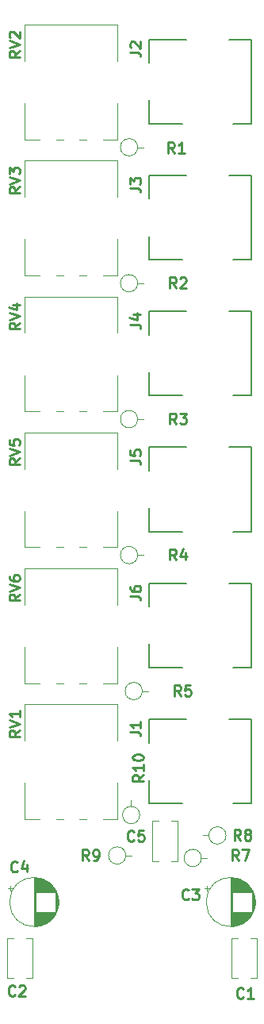
<source format=gto>
%TF.GenerationSoftware,KiCad,Pcbnew,(6.0.1)*%
%TF.CreationDate,2022-10-17T21:35:44-04:00*%
%TF.ProjectId,ER-MIXER5-01,45522d4d-4958-4455-9235-2d30312e6b69,1*%
%TF.SameCoordinates,Original*%
%TF.FileFunction,Legend,Top*%
%TF.FilePolarity,Positive*%
%FSLAX46Y46*%
G04 Gerber Fmt 4.6, Leading zero omitted, Abs format (unit mm)*
G04 Created by KiCad (PCBNEW (6.0.1)) date 2022-10-17 21:35:44*
%MOMM*%
%LPD*%
G01*
G04 APERTURE LIST*
%ADD10C,0.254000*%
%ADD11C,0.120000*%
%ADD12C,0.200000*%
G04 APERTURE END LIST*
D10*
%TO.C,RV5*%
X3114570Y-55180357D02*
X2570284Y-55561357D01*
X3114570Y-55833500D02*
X1971570Y-55833500D01*
X1971570Y-55398071D01*
X2025999Y-55289214D01*
X2080427Y-55234785D01*
X2189284Y-55180357D01*
X2352570Y-55180357D01*
X2461427Y-55234785D01*
X2515856Y-55289214D01*
X2570284Y-55398071D01*
X2570284Y-55833500D01*
X1971570Y-54853785D02*
X3114570Y-54472785D01*
X1971570Y-54091785D01*
X1971570Y-53166500D02*
X1971570Y-53710785D01*
X2515856Y-53765214D01*
X2461427Y-53710785D01*
X2406999Y-53601928D01*
X2406999Y-53329785D01*
X2461427Y-53220928D01*
X2515856Y-53166500D01*
X2624713Y-53112071D01*
X2896856Y-53112071D01*
X3005713Y-53166500D01*
X3060141Y-53220928D01*
X3114570Y-53329785D01*
X3114570Y-53601928D01*
X3060141Y-53710785D01*
X3005713Y-53765214D01*
%TO.C,R4*%
X19809500Y-66017071D02*
X19428500Y-65472785D01*
X19156357Y-66017071D02*
X19156357Y-64874071D01*
X19591785Y-64874071D01*
X19700642Y-64928500D01*
X19755071Y-64982928D01*
X19809500Y-65091785D01*
X19809500Y-65255071D01*
X19755071Y-65363928D01*
X19700642Y-65418357D01*
X19591785Y-65472785D01*
X19156357Y-65472785D01*
X20789214Y-65255071D02*
X20789214Y-66017071D01*
X20517071Y-64819642D02*
X20244928Y-65636071D01*
X20952500Y-65636071D01*
%TO.C,RV1*%
X3117071Y-84180357D02*
X2572785Y-84561357D01*
X3117071Y-84833500D02*
X1974071Y-84833500D01*
X1974071Y-84398071D01*
X2028500Y-84289214D01*
X2082928Y-84234785D01*
X2191785Y-84180357D01*
X2355071Y-84180357D01*
X2463928Y-84234785D01*
X2518357Y-84289214D01*
X2572785Y-84398071D01*
X2572785Y-84833500D01*
X1974071Y-83853785D02*
X3117071Y-83472785D01*
X1974071Y-83091785D01*
X3117071Y-82112071D02*
X3117071Y-82765214D01*
X3117071Y-82438642D02*
X1974071Y-82438642D01*
X2137357Y-82547500D01*
X2246214Y-82656357D01*
X2300642Y-82765214D01*
%TO.C,RV3*%
X3117071Y-26230357D02*
X2572785Y-26611357D01*
X3117071Y-26883500D02*
X1974071Y-26883500D01*
X1974071Y-26448071D01*
X2028500Y-26339214D01*
X2082928Y-26284785D01*
X2191785Y-26230357D01*
X2355071Y-26230357D01*
X2463928Y-26284785D01*
X2518357Y-26339214D01*
X2572785Y-26448071D01*
X2572785Y-26883500D01*
X1974071Y-25903785D02*
X3117071Y-25522785D01*
X1974071Y-25141785D01*
X1974071Y-24869642D02*
X1974071Y-24162071D01*
X2409500Y-24543071D01*
X2409500Y-24379785D01*
X2463928Y-24270928D01*
X2518357Y-24216500D01*
X2627214Y-24162071D01*
X2899357Y-24162071D01*
X3008214Y-24216500D01*
X3062642Y-24270928D01*
X3117071Y-24379785D01*
X3117071Y-24706357D01*
X3062642Y-24815214D01*
X3008214Y-24869642D01*
%TO.C,RV6*%
X3114570Y-69680357D02*
X2570284Y-70061357D01*
X3114570Y-70333500D02*
X1971570Y-70333500D01*
X1971570Y-69898071D01*
X2025999Y-69789214D01*
X2080427Y-69734785D01*
X2189284Y-69680357D01*
X2352570Y-69680357D01*
X2461427Y-69734785D01*
X2515856Y-69789214D01*
X2570284Y-69898071D01*
X2570284Y-70333500D01*
X1971570Y-69353785D02*
X3114570Y-68972785D01*
X1971570Y-68591785D01*
X1971570Y-67720928D02*
X1971570Y-67938642D01*
X2025999Y-68047500D01*
X2080427Y-68101928D01*
X2243713Y-68210785D01*
X2461427Y-68265214D01*
X2896856Y-68265214D01*
X3005713Y-68210785D01*
X3060141Y-68156357D01*
X3114570Y-68047500D01*
X3114570Y-67829785D01*
X3060141Y-67720928D01*
X3005713Y-67666500D01*
X2896856Y-67612071D01*
X2624713Y-67612071D01*
X2515856Y-67666500D01*
X2461427Y-67720928D01*
X2406999Y-67829785D01*
X2406999Y-68047500D01*
X2461427Y-68156357D01*
X2515856Y-68210785D01*
X2624713Y-68265214D01*
%TO.C,J5*%
X14874071Y-55381000D02*
X15690500Y-55381000D01*
X15853785Y-55435428D01*
X15962642Y-55544285D01*
X16017071Y-55707571D01*
X16017071Y-55816428D01*
X14874071Y-54292428D02*
X14874071Y-54836714D01*
X15418357Y-54891142D01*
X15363928Y-54836714D01*
X15309500Y-54727857D01*
X15309500Y-54455714D01*
X15363928Y-54346857D01*
X15418357Y-54292428D01*
X15527214Y-54238000D01*
X15799357Y-54238000D01*
X15908214Y-54292428D01*
X15962642Y-54346857D01*
X16017071Y-54455714D01*
X16017071Y-54727857D01*
X15962642Y-54836714D01*
X15908214Y-54891142D01*
%TO.C,J6*%
X14874071Y-69881000D02*
X15690500Y-69881000D01*
X15853785Y-69935428D01*
X15962642Y-70044285D01*
X16017071Y-70207571D01*
X16017071Y-70316428D01*
X14874071Y-68846857D02*
X14874071Y-69064571D01*
X14928500Y-69173428D01*
X14982928Y-69227857D01*
X15146214Y-69336714D01*
X15363928Y-69391142D01*
X15799357Y-69391142D01*
X15908214Y-69336714D01*
X15962642Y-69282285D01*
X16017071Y-69173428D01*
X16017071Y-68955714D01*
X15962642Y-68846857D01*
X15908214Y-68792428D01*
X15799357Y-68738000D01*
X15527214Y-68738000D01*
X15418357Y-68792428D01*
X15363928Y-68846857D01*
X15309500Y-68955714D01*
X15309500Y-69173428D01*
X15363928Y-69282285D01*
X15418357Y-69336714D01*
X15527214Y-69391142D01*
%TO.C,R10*%
X16317070Y-88934786D02*
X15772784Y-89315786D01*
X16317070Y-89587929D02*
X15174070Y-89587929D01*
X15174070Y-89152501D01*
X15228499Y-89043643D01*
X15282927Y-88989215D01*
X15391784Y-88934786D01*
X15555070Y-88934786D01*
X15663927Y-88989215D01*
X15718356Y-89043643D01*
X15772784Y-89152501D01*
X15772784Y-89587929D01*
X16317070Y-87846215D02*
X16317070Y-88499358D01*
X16317070Y-88172786D02*
X15174070Y-88172786D01*
X15337356Y-88281643D01*
X15446213Y-88390501D01*
X15500641Y-88499358D01*
X15174070Y-87138643D02*
X15174070Y-87029786D01*
X15228499Y-86920929D01*
X15282927Y-86866501D01*
X15391784Y-86812072D01*
X15609499Y-86757643D01*
X15881641Y-86757643D01*
X16099356Y-86812072D01*
X16208213Y-86866501D01*
X16262641Y-86920929D01*
X16317070Y-87029786D01*
X16317070Y-87138643D01*
X16262641Y-87247501D01*
X16208213Y-87301929D01*
X16099356Y-87356358D01*
X15881641Y-87410786D01*
X15609499Y-87410786D01*
X15391784Y-87356358D01*
X15282927Y-87301929D01*
X15228499Y-87247501D01*
X15174070Y-87138643D01*
%TO.C,C3*%
X21145500Y-102146214D02*
X21091071Y-102200642D01*
X20927785Y-102255071D01*
X20818928Y-102255071D01*
X20655642Y-102200642D01*
X20546785Y-102091785D01*
X20492357Y-101982928D01*
X20437928Y-101765214D01*
X20437928Y-101601928D01*
X20492357Y-101384214D01*
X20546785Y-101275357D01*
X20655642Y-101166500D01*
X20818928Y-101112071D01*
X20927785Y-101112071D01*
X21091071Y-101166500D01*
X21145500Y-101220928D01*
X21526500Y-101112071D02*
X22234071Y-101112071D01*
X21853071Y-101547500D01*
X22016357Y-101547500D01*
X22125214Y-101601928D01*
X22179642Y-101656357D01*
X22234071Y-101765214D01*
X22234071Y-102037357D01*
X22179642Y-102146214D01*
X22125214Y-102200642D01*
X22016357Y-102255071D01*
X21689785Y-102255071D01*
X21580928Y-102200642D01*
X21526500Y-102146214D01*
%TO.C,R7*%
X26479500Y-98053071D02*
X26098500Y-97508785D01*
X25826357Y-98053071D02*
X25826357Y-96910071D01*
X26261785Y-96910071D01*
X26370642Y-96964500D01*
X26425071Y-97018928D01*
X26479500Y-97127785D01*
X26479500Y-97291071D01*
X26425071Y-97399928D01*
X26370642Y-97454357D01*
X26261785Y-97508785D01*
X25826357Y-97508785D01*
X26860500Y-96910071D02*
X27622500Y-96910071D01*
X27132642Y-98053071D01*
%TO.C,C1*%
X26987500Y-112676214D02*
X26933071Y-112730642D01*
X26769785Y-112785071D01*
X26660928Y-112785071D01*
X26497642Y-112730642D01*
X26388785Y-112621785D01*
X26334357Y-112512928D01*
X26279928Y-112295214D01*
X26279928Y-112131928D01*
X26334357Y-111914214D01*
X26388785Y-111805357D01*
X26497642Y-111696500D01*
X26660928Y-111642071D01*
X26769785Y-111642071D01*
X26933071Y-111696500D01*
X26987500Y-111750928D01*
X28076071Y-112785071D02*
X27422928Y-112785071D01*
X27749500Y-112785071D02*
X27749500Y-111642071D01*
X27640642Y-111805357D01*
X27531785Y-111914214D01*
X27422928Y-111968642D01*
%TO.C,R5*%
X20309500Y-80517071D02*
X19928500Y-79972785D01*
X19656357Y-80517071D02*
X19656357Y-79374071D01*
X20091785Y-79374071D01*
X20200642Y-79428500D01*
X20255071Y-79482928D01*
X20309500Y-79591785D01*
X20309500Y-79755071D01*
X20255071Y-79863928D01*
X20200642Y-79918357D01*
X20091785Y-79972785D01*
X19656357Y-79972785D01*
X21343642Y-79374071D02*
X20799357Y-79374071D01*
X20744928Y-79918357D01*
X20799357Y-79863928D01*
X20908214Y-79809500D01*
X21180357Y-79809500D01*
X21289214Y-79863928D01*
X21343642Y-79918357D01*
X21398071Y-80027214D01*
X21398071Y-80299357D01*
X21343642Y-80408214D01*
X21289214Y-80462642D01*
X21180357Y-80517071D01*
X20908214Y-80517071D01*
X20799357Y-80462642D01*
X20744928Y-80408214D01*
%TO.C,J2*%
X14874071Y-11881000D02*
X15690500Y-11881000D01*
X15853785Y-11935428D01*
X15962642Y-12044285D01*
X16017071Y-12207571D01*
X16017071Y-12316428D01*
X14982928Y-11391142D02*
X14928500Y-11336714D01*
X14874071Y-11227857D01*
X14874071Y-10955714D01*
X14928500Y-10846857D01*
X14982928Y-10792428D01*
X15091785Y-10738000D01*
X15200642Y-10738000D01*
X15363928Y-10792428D01*
X16017071Y-11445571D01*
X16017071Y-10738000D01*
%TO.C,J1*%
X14874071Y-84381000D02*
X15690500Y-84381000D01*
X15853785Y-84435428D01*
X15962642Y-84544285D01*
X16017071Y-84707571D01*
X16017071Y-84816428D01*
X16017071Y-83238000D02*
X16017071Y-83891142D01*
X16017071Y-83564571D02*
X14874071Y-83564571D01*
X15037357Y-83673428D01*
X15146214Y-83782285D01*
X15200642Y-83891142D01*
%TO.C,C2*%
X2603500Y-112422214D02*
X2549071Y-112476642D01*
X2385785Y-112531071D01*
X2276928Y-112531071D01*
X2113642Y-112476642D01*
X2004785Y-112367785D01*
X1950357Y-112258928D01*
X1895928Y-112041214D01*
X1895928Y-111877928D01*
X1950357Y-111660214D01*
X2004785Y-111551357D01*
X2113642Y-111442500D01*
X2276928Y-111388071D01*
X2385785Y-111388071D01*
X2549071Y-111442500D01*
X2603500Y-111496928D01*
X3038928Y-111496928D02*
X3093357Y-111442500D01*
X3202214Y-111388071D01*
X3474357Y-111388071D01*
X3583214Y-111442500D01*
X3637642Y-111496928D01*
X3692071Y-111605785D01*
X3692071Y-111714642D01*
X3637642Y-111877928D01*
X2984500Y-112531071D01*
X3692071Y-112531071D01*
%TO.C,R8*%
X26685494Y-95917083D02*
X26304494Y-95372797D01*
X26032351Y-95917083D02*
X26032351Y-94774083D01*
X26467779Y-94774083D01*
X26576636Y-94828512D01*
X26631065Y-94882940D01*
X26685494Y-94991797D01*
X26685494Y-95155083D01*
X26631065Y-95263940D01*
X26576636Y-95318369D01*
X26467779Y-95372797D01*
X26032351Y-95372797D01*
X27338636Y-95263940D02*
X27229779Y-95209512D01*
X27175351Y-95155083D01*
X27120922Y-95046226D01*
X27120922Y-94991797D01*
X27175351Y-94882940D01*
X27229779Y-94828512D01*
X27338636Y-94774083D01*
X27556351Y-94774083D01*
X27665208Y-94828512D01*
X27719636Y-94882940D01*
X27774065Y-94991797D01*
X27774065Y-95046226D01*
X27719636Y-95155083D01*
X27665208Y-95209512D01*
X27556351Y-95263940D01*
X27338636Y-95263940D01*
X27229779Y-95318369D01*
X27175351Y-95372797D01*
X27120922Y-95481654D01*
X27120922Y-95699369D01*
X27175351Y-95808226D01*
X27229779Y-95862654D01*
X27338636Y-95917083D01*
X27556351Y-95917083D01*
X27665208Y-95862654D01*
X27719636Y-95808226D01*
X27774065Y-95699369D01*
X27774065Y-95481654D01*
X27719636Y-95372797D01*
X27665208Y-95318369D01*
X27556351Y-95263940D01*
%TO.C,R3*%
X19809500Y-51517071D02*
X19428500Y-50972785D01*
X19156357Y-51517071D02*
X19156357Y-50374071D01*
X19591785Y-50374071D01*
X19700642Y-50428500D01*
X19755071Y-50482928D01*
X19809500Y-50591785D01*
X19809500Y-50755071D01*
X19755071Y-50863928D01*
X19700642Y-50918357D01*
X19591785Y-50972785D01*
X19156357Y-50972785D01*
X20190500Y-50374071D02*
X20898071Y-50374071D01*
X20517071Y-50809500D01*
X20680357Y-50809500D01*
X20789214Y-50863928D01*
X20843642Y-50918357D01*
X20898071Y-51027214D01*
X20898071Y-51299357D01*
X20843642Y-51408214D01*
X20789214Y-51462642D01*
X20680357Y-51517071D01*
X20353785Y-51517071D01*
X20244928Y-51462642D01*
X20190500Y-51408214D01*
%TO.C,R9*%
X10477500Y-98053071D02*
X10096500Y-97508785D01*
X9824357Y-98053071D02*
X9824357Y-96910071D01*
X10259785Y-96910071D01*
X10368642Y-96964500D01*
X10423071Y-97018928D01*
X10477500Y-97127785D01*
X10477500Y-97291071D01*
X10423071Y-97399928D01*
X10368642Y-97454357D01*
X10259785Y-97508785D01*
X9824357Y-97508785D01*
X11021785Y-98053071D02*
X11239500Y-98053071D01*
X11348357Y-97998642D01*
X11402785Y-97944214D01*
X11511642Y-97780928D01*
X11566071Y-97563214D01*
X11566071Y-97127785D01*
X11511642Y-97018928D01*
X11457214Y-96964500D01*
X11348357Y-96910071D01*
X11130642Y-96910071D01*
X11021785Y-96964500D01*
X10967357Y-97018928D01*
X10912928Y-97127785D01*
X10912928Y-97399928D01*
X10967357Y-97508785D01*
X11021785Y-97563214D01*
X11130642Y-97617642D01*
X11348357Y-97617642D01*
X11457214Y-97563214D01*
X11511642Y-97508785D01*
X11566071Y-97399928D01*
%TO.C,J4*%
X14874071Y-40881000D02*
X15690500Y-40881000D01*
X15853785Y-40935428D01*
X15962642Y-41044285D01*
X16017071Y-41207571D01*
X16017071Y-41316428D01*
X15255071Y-39846857D02*
X16017071Y-39846857D01*
X14819642Y-40119000D02*
X15636071Y-40391142D01*
X15636071Y-39683571D01*
%TO.C,RV2*%
X3114570Y-11730357D02*
X2570284Y-12111357D01*
X3114570Y-12383500D02*
X1971570Y-12383500D01*
X1971570Y-11948071D01*
X2025999Y-11839214D01*
X2080427Y-11784785D01*
X2189284Y-11730357D01*
X2352570Y-11730357D01*
X2461427Y-11784785D01*
X2515856Y-11839214D01*
X2570284Y-11948071D01*
X2570284Y-12383500D01*
X1971570Y-11403785D02*
X3114570Y-11022785D01*
X1971570Y-10641785D01*
X2080427Y-10315214D02*
X2025999Y-10260785D01*
X1971570Y-10151928D01*
X1971570Y-9879785D01*
X2025999Y-9770928D01*
X2080427Y-9716500D01*
X2189284Y-9662071D01*
X2298141Y-9662071D01*
X2461427Y-9716500D01*
X3114570Y-10369642D01*
X3114570Y-9662071D01*
%TO.C,R1*%
X19621500Y-22615071D02*
X19240500Y-22070785D01*
X18968357Y-22615071D02*
X18968357Y-21472071D01*
X19403785Y-21472071D01*
X19512642Y-21526500D01*
X19567071Y-21580928D01*
X19621500Y-21689785D01*
X19621500Y-21853071D01*
X19567071Y-21961928D01*
X19512642Y-22016357D01*
X19403785Y-22070785D01*
X18968357Y-22070785D01*
X20710071Y-22615071D02*
X20056928Y-22615071D01*
X20383500Y-22615071D02*
X20383500Y-21472071D01*
X20274642Y-21635357D01*
X20165785Y-21744214D01*
X20056928Y-21798642D01*
%TO.C,RV4*%
X3117071Y-40730357D02*
X2572785Y-41111357D01*
X3117071Y-41383500D02*
X1974071Y-41383500D01*
X1974071Y-40948071D01*
X2028500Y-40839214D01*
X2082928Y-40784785D01*
X2191785Y-40730357D01*
X2355071Y-40730357D01*
X2463928Y-40784785D01*
X2518357Y-40839214D01*
X2572785Y-40948071D01*
X2572785Y-41383500D01*
X1974071Y-40403785D02*
X3117071Y-40022785D01*
X1974071Y-39641785D01*
X2355071Y-38770928D02*
X3117071Y-38770928D01*
X1919642Y-39043071D02*
X2736071Y-39315214D01*
X2736071Y-38607642D01*
%TO.C,R2*%
X19809500Y-37017071D02*
X19428500Y-36472785D01*
X19156357Y-37017071D02*
X19156357Y-35874071D01*
X19591785Y-35874071D01*
X19700642Y-35928500D01*
X19755071Y-35982928D01*
X19809500Y-36091785D01*
X19809500Y-36255071D01*
X19755071Y-36363928D01*
X19700642Y-36418357D01*
X19591785Y-36472785D01*
X19156357Y-36472785D01*
X20244928Y-35982928D02*
X20299357Y-35928500D01*
X20408214Y-35874071D01*
X20680357Y-35874071D01*
X20789214Y-35928500D01*
X20843642Y-35982928D01*
X20898071Y-36091785D01*
X20898071Y-36200642D01*
X20843642Y-36363928D01*
X20190500Y-37017071D01*
X20898071Y-37017071D01*
%TO.C,C5*%
X15303500Y-95912214D02*
X15249071Y-95966642D01*
X15085785Y-96021071D01*
X14976928Y-96021071D01*
X14813642Y-95966642D01*
X14704785Y-95857785D01*
X14650357Y-95748928D01*
X14595928Y-95531214D01*
X14595928Y-95367928D01*
X14650357Y-95150214D01*
X14704785Y-95041357D01*
X14813642Y-94932500D01*
X14976928Y-94878071D01*
X15085785Y-94878071D01*
X15249071Y-94932500D01*
X15303500Y-94986928D01*
X16337642Y-94878071D02*
X15793357Y-94878071D01*
X15738928Y-95422357D01*
X15793357Y-95367928D01*
X15902214Y-95313500D01*
X16174357Y-95313500D01*
X16283214Y-95367928D01*
X16337642Y-95422357D01*
X16392071Y-95531214D01*
X16392071Y-95803357D01*
X16337642Y-95912214D01*
X16283214Y-95966642D01*
X16174357Y-96021071D01*
X15902214Y-96021071D01*
X15793357Y-95966642D01*
X15738928Y-95912214D01*
%TO.C,C4*%
X2857500Y-99190214D02*
X2803071Y-99244642D01*
X2639785Y-99299071D01*
X2530928Y-99299071D01*
X2367642Y-99244642D01*
X2258785Y-99135785D01*
X2204357Y-99026928D01*
X2149928Y-98809214D01*
X2149928Y-98645928D01*
X2204357Y-98428214D01*
X2258785Y-98319357D01*
X2367642Y-98210500D01*
X2530928Y-98156071D01*
X2639785Y-98156071D01*
X2803071Y-98210500D01*
X2857500Y-98264928D01*
X3837214Y-98537071D02*
X3837214Y-99299071D01*
X3565071Y-98101642D02*
X3292928Y-98918071D01*
X4000500Y-98918071D01*
%TO.C,J3*%
X14874071Y-26381000D02*
X15690500Y-26381000D01*
X15853785Y-26435428D01*
X15962642Y-26544285D01*
X16017071Y-26707571D01*
X16017071Y-26816428D01*
X14874071Y-25945571D02*
X14874071Y-25238000D01*
X15309500Y-25619000D01*
X15309500Y-25455714D01*
X15363928Y-25346857D01*
X15418357Y-25292428D01*
X15527214Y-25238000D01*
X15799357Y-25238000D01*
X15908214Y-25292428D01*
X15962642Y-25346857D01*
X16017071Y-25455714D01*
X16017071Y-25782285D01*
X15962642Y-25891142D01*
X15908214Y-25945571D01*
D11*
%TO.C,RV5*%
X3630000Y-64670000D02*
X3630000Y-60805000D01*
X11970000Y-64670000D02*
X13570000Y-64670000D01*
X6971000Y-64670000D02*
X7730000Y-64670000D01*
X13570000Y-56295000D02*
X13570000Y-52430000D01*
X3630000Y-52430000D02*
X13570000Y-52430000D01*
X3630000Y-64670000D02*
X5229000Y-64670000D01*
X9471000Y-64670000D02*
X10230000Y-64670000D01*
X3630000Y-56295000D02*
X3630000Y-52430000D01*
X13570000Y-64670000D02*
X13570000Y-60805000D01*
%TO.C,R4*%
X15700000Y-65500000D02*
X16320000Y-65500000D01*
X15700000Y-65500000D02*
G75*
G03*
X15700000Y-65500000I-920000J0D01*
G01*
%TO.C,RV1*%
X13570000Y-93670000D02*
X13570000Y-89805000D01*
X3630000Y-81430000D02*
X13570000Y-81430000D01*
X3630000Y-93670000D02*
X5229000Y-93670000D01*
X9471000Y-93670000D02*
X10230000Y-93670000D01*
X6971000Y-93670000D02*
X7730000Y-93670000D01*
X13570000Y-85295000D02*
X13570000Y-81430000D01*
X3630000Y-93670000D02*
X3630000Y-89805000D01*
X3630000Y-85295000D02*
X3630000Y-81430000D01*
X11970000Y-93670000D02*
X13570000Y-93670000D01*
%TO.C,RV3*%
X11970000Y-35670000D02*
X13570000Y-35670000D01*
X9471000Y-35670000D02*
X10230000Y-35670000D01*
X13570000Y-27295000D02*
X13570000Y-23430000D01*
X3630000Y-35670000D02*
X3630000Y-31805000D01*
X3630000Y-23430000D02*
X13570000Y-23430000D01*
X3630000Y-35670000D02*
X5229000Y-35670000D01*
X6971000Y-35670000D02*
X7730000Y-35670000D01*
X3630000Y-27295000D02*
X3630000Y-23430000D01*
X13570000Y-35670000D02*
X13570000Y-31805000D01*
%TO.C,RV6*%
X3630000Y-79170000D02*
X3630000Y-75305000D01*
X13570000Y-70795000D02*
X13570000Y-66930000D01*
X3630000Y-70795000D02*
X3630000Y-66930000D01*
X11970000Y-79170000D02*
X13570000Y-79170000D01*
X3630000Y-66930000D02*
X13570000Y-66930000D01*
X3630000Y-79170000D02*
X5229000Y-79170000D01*
X6971000Y-79170000D02*
X7730000Y-79170000D01*
X13570000Y-79170000D02*
X13570000Y-75305000D01*
X9471000Y-79170000D02*
X10230000Y-79170000D01*
D12*
%TO.C,J5*%
X16900000Y-54000000D02*
X16900000Y-56500000D01*
X27800000Y-63000000D02*
X25900000Y-63000000D01*
X16900000Y-63000000D02*
X16900000Y-60500000D01*
X16900000Y-54000000D02*
X20900000Y-54000000D01*
X16900000Y-63000000D02*
X20500000Y-63000000D01*
X27800000Y-54000000D02*
X25500000Y-54000000D01*
X27800000Y-63000000D02*
X27800000Y-54000000D01*
%TO.C,J6*%
X27800000Y-77500000D02*
X27800000Y-68500000D01*
X16900000Y-77500000D02*
X20500000Y-77500000D01*
X27800000Y-68500000D02*
X25500000Y-68500000D01*
X16900000Y-68500000D02*
X16900000Y-71000000D01*
X16900000Y-68500000D02*
X20900000Y-68500000D01*
X27800000Y-77500000D02*
X25900000Y-77500000D01*
X16900000Y-77500000D02*
X16900000Y-75000000D01*
D11*
%TO.C,R10*%
X15000000Y-92300000D02*
X15000000Y-91680000D01*
X15920000Y-93220000D02*
G75*
G03*
X15920000Y-93220000I-920000J0D01*
G01*
%TO.C,C3*%
X22829225Y-101025000D02*
X23329225Y-101025000D01*
X27395000Y-103540000D02*
X27395000Y-104401000D01*
X27035000Y-100325000D02*
X27035000Y-101460000D01*
X27155000Y-100405000D02*
X27155000Y-101460000D01*
X27315000Y-100529000D02*
X27315000Y-101460000D01*
X25714000Y-99921000D02*
X25714000Y-105079000D01*
X25754000Y-99922000D02*
X25754000Y-105078000D01*
X26114000Y-99964000D02*
X26114000Y-101460000D01*
X28035000Y-101489000D02*
X28035000Y-103511000D01*
X27995000Y-101402000D02*
X27995000Y-103598000D01*
X27955000Y-101322000D02*
X27955000Y-103678000D01*
X26234000Y-99989000D02*
X26234000Y-101460000D01*
X27675000Y-100895000D02*
X27675000Y-101460000D01*
X27795000Y-101057000D02*
X27795000Y-101460000D01*
X27675000Y-103540000D02*
X27675000Y-104105000D01*
X26435000Y-103540000D02*
X26435000Y-104955000D01*
X26515000Y-103540000D02*
X26515000Y-104928000D01*
X27435000Y-103540000D02*
X27435000Y-104364000D01*
X28115000Y-101695000D02*
X28115000Y-103305000D01*
X26715000Y-100152000D02*
X26715000Y-101460000D01*
X25794000Y-99924000D02*
X25794000Y-105076000D01*
X27275000Y-103540000D02*
X27275000Y-104504000D01*
X26835000Y-100210000D02*
X26835000Y-101460000D01*
X27275000Y-100496000D02*
X27275000Y-101460000D01*
X28075000Y-101585000D02*
X28075000Y-103415000D01*
X27875000Y-103540000D02*
X27875000Y-103819000D01*
X26715000Y-103540000D02*
X26715000Y-104848000D01*
X26955000Y-103540000D02*
X26955000Y-104724000D01*
X26355000Y-103540000D02*
X26355000Y-104980000D01*
X27795000Y-103540000D02*
X27795000Y-103943000D01*
X27915000Y-103540000D02*
X27915000Y-103751000D01*
X26795000Y-100190000D02*
X26795000Y-101460000D01*
X26835000Y-103540000D02*
X26835000Y-104790000D01*
X26555000Y-100086000D02*
X26555000Y-101460000D01*
X26194000Y-99980000D02*
X26194000Y-101460000D01*
X27715000Y-103540000D02*
X27715000Y-104054000D01*
X27355000Y-103540000D02*
X27355000Y-104437000D01*
X27875000Y-101181000D02*
X27875000Y-101460000D01*
X27915000Y-101249000D02*
X27915000Y-101460000D01*
X27515000Y-103540000D02*
X27515000Y-104285000D01*
X26475000Y-103540000D02*
X26475000Y-104942000D01*
X26795000Y-103540000D02*
X26795000Y-104810000D01*
X27195000Y-103540000D02*
X27195000Y-104565000D01*
X26194000Y-103540000D02*
X26194000Y-105020000D01*
X28155000Y-101823000D02*
X28155000Y-103177000D01*
X26915000Y-103540000D02*
X26915000Y-104747000D01*
X26675000Y-103540000D02*
X26675000Y-104865000D01*
X27235000Y-100465000D02*
X27235000Y-101460000D01*
X26875000Y-103540000D02*
X26875000Y-104768000D01*
X26635000Y-103540000D02*
X26635000Y-104882000D01*
X27435000Y-100636000D02*
X27435000Y-101460000D01*
X26915000Y-100253000D02*
X26915000Y-101460000D01*
X26675000Y-100135000D02*
X26675000Y-101460000D01*
X26475000Y-100058000D02*
X26475000Y-101460000D01*
X25994000Y-103540000D02*
X25994000Y-105056000D01*
X26875000Y-100232000D02*
X26875000Y-101460000D01*
X27595000Y-100801000D02*
X27595000Y-101460000D01*
X26435000Y-100045000D02*
X26435000Y-101460000D01*
X27555000Y-103540000D02*
X27555000Y-104243000D01*
X23079225Y-100775000D02*
X23079225Y-101275000D01*
X27075000Y-100351000D02*
X27075000Y-101460000D01*
X26034000Y-99950000D02*
X26034000Y-101460000D01*
X27235000Y-103540000D02*
X27235000Y-104535000D01*
X26995000Y-103540000D02*
X26995000Y-104700000D01*
X26034000Y-103540000D02*
X26034000Y-105050000D01*
X27635000Y-100847000D02*
X27635000Y-101460000D01*
X25994000Y-99944000D02*
X25994000Y-101460000D01*
X27475000Y-103540000D02*
X27475000Y-104326000D01*
X26635000Y-100118000D02*
X26635000Y-101460000D01*
X26234000Y-103540000D02*
X26234000Y-105011000D01*
X26074000Y-99957000D02*
X26074000Y-101460000D01*
X28235000Y-102216000D02*
X28235000Y-102784000D01*
X27115000Y-103540000D02*
X27115000Y-104622000D01*
X26515000Y-100072000D02*
X26515000Y-101460000D01*
X25634000Y-99920000D02*
X25634000Y-105080000D01*
X27195000Y-100435000D02*
X27195000Y-101460000D01*
X27835000Y-101117000D02*
X27835000Y-101460000D01*
X26274000Y-99999000D02*
X26274000Y-101460000D01*
X27115000Y-100378000D02*
X27115000Y-101460000D01*
X27395000Y-100599000D02*
X27395000Y-101460000D01*
X25914000Y-99935000D02*
X25914000Y-101460000D01*
X27475000Y-100674000D02*
X27475000Y-101460000D01*
X27155000Y-103540000D02*
X27155000Y-104595000D01*
X26074000Y-103540000D02*
X26074000Y-105043000D01*
X26595000Y-103540000D02*
X26595000Y-104898000D01*
X27035000Y-103540000D02*
X27035000Y-104675000D01*
X26395000Y-100032000D02*
X26395000Y-101460000D01*
X26395000Y-103540000D02*
X26395000Y-104968000D01*
X26755000Y-100171000D02*
X26755000Y-101460000D01*
X25874000Y-103540000D02*
X25874000Y-105069000D01*
X25674000Y-99920000D02*
X25674000Y-105080000D01*
X27355000Y-100563000D02*
X27355000Y-101460000D01*
X26114000Y-103540000D02*
X26114000Y-105036000D01*
X25954000Y-99939000D02*
X25954000Y-101460000D01*
X25874000Y-99931000D02*
X25874000Y-101460000D01*
X26555000Y-103540000D02*
X26555000Y-104914000D01*
X25834000Y-99927000D02*
X25834000Y-105073000D01*
X27755000Y-103540000D02*
X27755000Y-104000000D01*
X26595000Y-100102000D02*
X26595000Y-101460000D01*
X26955000Y-100276000D02*
X26955000Y-101460000D01*
X27315000Y-103540000D02*
X27315000Y-104471000D01*
X27755000Y-101000000D02*
X27755000Y-101460000D01*
X27075000Y-103540000D02*
X27075000Y-104649000D01*
X26314000Y-103540000D02*
X26314000Y-104991000D01*
X26154000Y-99972000D02*
X26154000Y-101460000D01*
X25954000Y-103540000D02*
X25954000Y-105061000D01*
X26355000Y-100020000D02*
X26355000Y-101460000D01*
X27595000Y-103540000D02*
X27595000Y-104199000D01*
X26995000Y-100300000D02*
X26995000Y-101460000D01*
X27835000Y-103540000D02*
X27835000Y-103883000D01*
X27715000Y-100946000D02*
X27715000Y-101460000D01*
X28195000Y-101982000D02*
X28195000Y-103018000D01*
X26154000Y-103540000D02*
X26154000Y-105028000D01*
X27555000Y-100757000D02*
X27555000Y-101460000D01*
X26314000Y-100009000D02*
X26314000Y-101460000D01*
X27515000Y-100715000D02*
X27515000Y-101460000D01*
X25914000Y-103540000D02*
X25914000Y-105065000D01*
X27635000Y-103540000D02*
X27635000Y-104153000D01*
X26755000Y-103540000D02*
X26755000Y-104829000D01*
X26274000Y-103540000D02*
X26274000Y-105001000D01*
X28254000Y-102500000D02*
G75*
G03*
X28254000Y-102500000I-2620000J0D01*
G01*
%TO.C,R7*%
X22500000Y-97800000D02*
X23120000Y-97800000D01*
X22500000Y-97800000D02*
G75*
G03*
X22500000Y-97800000I-920000J0D01*
G01*
%TO.C,C1*%
X25730000Y-106380000D02*
X25730000Y-110620000D01*
X28470000Y-106380000D02*
X28470000Y-110620000D01*
X26435000Y-110620000D02*
X25730000Y-110620000D01*
X28470000Y-106380000D02*
X27765000Y-106380000D01*
X28470000Y-110620000D02*
X27765000Y-110620000D01*
X26435000Y-106380000D02*
X25730000Y-106380000D01*
%TO.C,R5*%
X16200000Y-80000000D02*
X16820000Y-80000000D01*
X16200000Y-80000000D02*
G75*
G03*
X16200000Y-80000000I-920000J0D01*
G01*
D12*
%TO.C,J2*%
X16900000Y-10500000D02*
X16900000Y-13000000D01*
X16900000Y-19500000D02*
X16900000Y-17000000D01*
X27800000Y-19500000D02*
X27800000Y-10500000D01*
X27800000Y-10500000D02*
X25500000Y-10500000D01*
X16900000Y-10500000D02*
X20900000Y-10500000D01*
X27800000Y-19500000D02*
X25900000Y-19500000D01*
X16900000Y-19500000D02*
X20500000Y-19500000D01*
%TO.C,J1*%
X27800000Y-92000000D02*
X27800000Y-83000000D01*
X16900000Y-83000000D02*
X20900000Y-83000000D01*
X16900000Y-83000000D02*
X16900000Y-85500000D01*
X16900000Y-92000000D02*
X16900000Y-89500000D01*
X27800000Y-92000000D02*
X25900000Y-92000000D01*
X16900000Y-92000000D02*
X20500000Y-92000000D01*
X27800000Y-83000000D02*
X25500000Y-83000000D01*
D11*
%TO.C,C2*%
X4470000Y-106380000D02*
X3765000Y-106380000D01*
X4470000Y-110620000D02*
X3765000Y-110620000D01*
X1730000Y-106380000D02*
X1730000Y-110620000D01*
X4470000Y-106380000D02*
X4470000Y-110620000D01*
X2435000Y-110620000D02*
X1730000Y-110620000D01*
X2435000Y-106380000D02*
X1730000Y-106380000D01*
%TO.C,R8*%
X23300000Y-95400000D02*
X22680000Y-95400000D01*
X25140000Y-95400000D02*
G75*
G03*
X25140000Y-95400000I-920000J0D01*
G01*
%TO.C,R3*%
X15700000Y-51000000D02*
X16320000Y-51000000D01*
X15700000Y-51000000D02*
G75*
G03*
X15700000Y-51000000I-920000J0D01*
G01*
%TO.C,R9*%
X14432000Y-97536000D02*
X15052000Y-97536000D01*
X14432000Y-97536000D02*
G75*
G03*
X14432000Y-97536000I-920000J0D01*
G01*
D12*
%TO.C,J4*%
X27800000Y-48500000D02*
X27800000Y-39500000D01*
X27800000Y-39500000D02*
X25500000Y-39500000D01*
X27800000Y-48500000D02*
X25900000Y-48500000D01*
X16900000Y-48500000D02*
X16900000Y-46000000D01*
X16900000Y-48500000D02*
X20500000Y-48500000D01*
X16900000Y-39500000D02*
X20900000Y-39500000D01*
X16900000Y-39500000D02*
X16900000Y-42000000D01*
D11*
%TO.C,RV2*%
X13570000Y-21170000D02*
X13570000Y-17305000D01*
X3630000Y-12795000D02*
X3630000Y-8930000D01*
X11970000Y-21170000D02*
X13570000Y-21170000D01*
X3630000Y-21170000D02*
X3630000Y-17305000D01*
X6971000Y-21170000D02*
X7730000Y-21170000D01*
X13570000Y-12795000D02*
X13570000Y-8930000D01*
X3630000Y-8930000D02*
X13570000Y-8930000D01*
X3630000Y-21170000D02*
X5229000Y-21170000D01*
X9471000Y-21170000D02*
X10230000Y-21170000D01*
%TO.C,R1*%
X15700000Y-22000000D02*
X16320000Y-22000000D01*
X15700000Y-22000000D02*
G75*
G03*
X15700000Y-22000000I-920000J0D01*
G01*
%TO.C,RV4*%
X6971000Y-50170000D02*
X7730000Y-50170000D01*
X3630000Y-41795000D02*
X3630000Y-37930000D01*
X3630000Y-37930000D02*
X13570000Y-37930000D01*
X13570000Y-41795000D02*
X13570000Y-37930000D01*
X9471000Y-50170000D02*
X10230000Y-50170000D01*
X3630000Y-50170000D02*
X5229000Y-50170000D01*
X11970000Y-50170000D02*
X13570000Y-50170000D01*
X3630000Y-50170000D02*
X3630000Y-46305000D01*
X13570000Y-50170000D02*
X13570000Y-46305000D01*
%TO.C,R2*%
X15700000Y-36500000D02*
X16320000Y-36500000D01*
X15700000Y-36500000D02*
G75*
G03*
X15700000Y-36500000I-920000J0D01*
G01*
%TO.C,C5*%
X19970001Y-98120001D02*
X19265001Y-98120001D01*
X17935001Y-98120001D02*
X17230001Y-98120001D01*
X17935001Y-93880001D02*
X17230001Y-93880001D01*
X17230001Y-93880001D02*
X17230001Y-98120001D01*
X19970001Y-93880001D02*
X19970001Y-98120001D01*
X19970001Y-93880001D02*
X19265001Y-93880001D01*
%TO.C,C4*%
X5925888Y-103540000D02*
X5925888Y-104747000D01*
X6045888Y-100325000D02*
X6045888Y-101460000D01*
X6205888Y-103540000D02*
X6205888Y-104565000D01*
X7125888Y-101695000D02*
X7125888Y-103305000D01*
X5084888Y-99957000D02*
X5084888Y-101460000D01*
X6285888Y-103540000D02*
X6285888Y-104504000D01*
X6725888Y-100946000D02*
X6725888Y-101460000D01*
X6005888Y-100300000D02*
X6005888Y-101460000D01*
X6285888Y-100496000D02*
X6285888Y-101460000D01*
X6685888Y-103540000D02*
X6685888Y-104105000D01*
X5445888Y-100045000D02*
X5445888Y-101460000D01*
X4964888Y-99939000D02*
X4964888Y-101460000D01*
X6845888Y-103540000D02*
X6845888Y-103883000D01*
X5605888Y-103540000D02*
X5605888Y-104898000D01*
X5645888Y-100118000D02*
X5645888Y-101460000D01*
X6405888Y-100599000D02*
X6405888Y-101460000D01*
X5565888Y-103540000D02*
X5565888Y-104914000D01*
X6885888Y-103540000D02*
X6885888Y-103819000D01*
X5885888Y-103540000D02*
X5885888Y-104768000D01*
X5204888Y-103540000D02*
X5204888Y-105020000D01*
X5965888Y-100276000D02*
X5965888Y-101460000D01*
X6445888Y-103540000D02*
X6445888Y-104364000D01*
X5525888Y-100072000D02*
X5525888Y-101460000D01*
X4804888Y-99924000D02*
X4804888Y-105076000D01*
X4924888Y-103540000D02*
X4924888Y-105065000D01*
X6405888Y-103540000D02*
X6405888Y-104401000D01*
X4684888Y-99920000D02*
X4684888Y-105080000D01*
X6245888Y-100465000D02*
X6245888Y-101460000D01*
X5685888Y-103540000D02*
X5685888Y-104865000D01*
X6125888Y-100378000D02*
X6125888Y-101460000D01*
X4844888Y-99927000D02*
X4844888Y-105073000D01*
X5084888Y-103540000D02*
X5084888Y-105043000D01*
X5164888Y-103540000D02*
X5164888Y-105028000D01*
X5204888Y-99980000D02*
X5204888Y-101460000D01*
X6565888Y-100757000D02*
X6565888Y-101460000D01*
X4884888Y-99931000D02*
X4884888Y-101460000D01*
X5124888Y-103540000D02*
X5124888Y-105036000D01*
X6445888Y-100636000D02*
X6445888Y-101460000D01*
X6605888Y-103540000D02*
X6605888Y-104199000D01*
X7245888Y-102216000D02*
X7245888Y-102784000D01*
X5605888Y-100102000D02*
X5605888Y-101460000D01*
X4764888Y-99922000D02*
X4764888Y-105078000D01*
X6165888Y-103540000D02*
X6165888Y-104595000D01*
X6365888Y-100563000D02*
X6365888Y-101460000D01*
X5645888Y-103540000D02*
X5645888Y-104882000D01*
X6605888Y-100801000D02*
X6605888Y-101460000D01*
X1840113Y-101025000D02*
X2340113Y-101025000D01*
X6485888Y-100674000D02*
X6485888Y-101460000D01*
X5164888Y-99972000D02*
X5164888Y-101460000D01*
X6925888Y-101249000D02*
X6925888Y-101460000D01*
X5365888Y-103540000D02*
X5365888Y-104980000D01*
X5405888Y-100032000D02*
X5405888Y-101460000D01*
X6965888Y-101322000D02*
X6965888Y-103678000D01*
X5805888Y-100190000D02*
X5805888Y-101460000D01*
X6365888Y-103540000D02*
X6365888Y-104437000D01*
X5925888Y-100253000D02*
X5925888Y-101460000D01*
X6925888Y-103540000D02*
X6925888Y-103751000D01*
X5324888Y-103540000D02*
X5324888Y-104991000D01*
X4644888Y-99920000D02*
X4644888Y-105080000D01*
X6525888Y-100715000D02*
X6525888Y-101460000D01*
X5965888Y-103540000D02*
X5965888Y-104724000D01*
X5725888Y-103540000D02*
X5725888Y-104848000D01*
X6845888Y-101117000D02*
X6845888Y-101460000D01*
X5044888Y-103540000D02*
X5044888Y-105050000D01*
X5485888Y-103540000D02*
X5485888Y-104942000D01*
X4724888Y-99921000D02*
X4724888Y-105079000D01*
X5284888Y-103540000D02*
X5284888Y-105001000D01*
X5124888Y-99964000D02*
X5124888Y-101460000D01*
X7005888Y-101402000D02*
X7005888Y-103598000D01*
X5525888Y-103540000D02*
X5525888Y-104928000D01*
X5845888Y-103540000D02*
X5845888Y-104790000D01*
X6325888Y-100529000D02*
X6325888Y-101460000D01*
X5004888Y-99944000D02*
X5004888Y-101460000D01*
X5405888Y-103540000D02*
X5405888Y-104968000D01*
X4924888Y-99935000D02*
X4924888Y-101460000D01*
X6765888Y-103540000D02*
X6765888Y-104000000D01*
X5284888Y-99999000D02*
X5284888Y-101460000D01*
X6765888Y-101000000D02*
X6765888Y-101460000D01*
X6205888Y-100435000D02*
X6205888Y-101460000D01*
X6645888Y-100847000D02*
X6645888Y-101460000D01*
X7165888Y-101823000D02*
X7165888Y-103177000D01*
X5244888Y-99989000D02*
X5244888Y-101460000D01*
X2090113Y-100775000D02*
X2090113Y-101275000D01*
X5765888Y-103540000D02*
X5765888Y-104829000D01*
X5244888Y-103540000D02*
X5244888Y-105011000D01*
X6805888Y-103540000D02*
X6805888Y-103943000D01*
X6165888Y-100405000D02*
X6165888Y-101460000D01*
X4964888Y-103540000D02*
X4964888Y-105061000D01*
X6085888Y-100351000D02*
X6085888Y-101460000D01*
X7045888Y-101489000D02*
X7045888Y-103511000D01*
X5885888Y-100232000D02*
X5885888Y-101460000D01*
X6005888Y-103540000D02*
X6005888Y-104700000D01*
X6085888Y-103540000D02*
X6085888Y-104649000D01*
X5725888Y-100152000D02*
X5725888Y-101460000D01*
X5805888Y-103540000D02*
X5805888Y-104810000D01*
X6645888Y-103540000D02*
X6645888Y-104153000D01*
X5365888Y-100020000D02*
X5365888Y-101460000D01*
X6805888Y-101057000D02*
X6805888Y-101460000D01*
X6245888Y-103540000D02*
X6245888Y-104535000D01*
X5485888Y-100058000D02*
X5485888Y-101460000D01*
X5685888Y-100135000D02*
X5685888Y-101460000D01*
X5765888Y-100171000D02*
X5765888Y-101460000D01*
X6685888Y-100895000D02*
X6685888Y-101460000D01*
X5565888Y-100086000D02*
X5565888Y-101460000D01*
X6325888Y-103540000D02*
X6325888Y-104471000D01*
X5845888Y-100210000D02*
X5845888Y-101460000D01*
X6045888Y-103540000D02*
X6045888Y-104675000D01*
X6125888Y-103540000D02*
X6125888Y-104622000D01*
X7205888Y-101982000D02*
X7205888Y-103018000D01*
X7085888Y-101585000D02*
X7085888Y-103415000D01*
X5004888Y-103540000D02*
X5004888Y-105056000D01*
X5044888Y-99950000D02*
X5044888Y-101460000D01*
X5324888Y-100009000D02*
X5324888Y-101460000D01*
X6525888Y-103540000D02*
X6525888Y-104285000D01*
X6885888Y-101181000D02*
X6885888Y-101460000D01*
X6725888Y-103540000D02*
X6725888Y-104054000D01*
X5445888Y-103540000D02*
X5445888Y-104955000D01*
X6485888Y-103540000D02*
X6485888Y-104326000D01*
X4884888Y-103540000D02*
X4884888Y-105069000D01*
X6565888Y-103540000D02*
X6565888Y-104243000D01*
X7264888Y-102500000D02*
G75*
G03*
X7264888Y-102500000I-2620000J0D01*
G01*
D12*
%TO.C,J3*%
X16900000Y-25000000D02*
X20900000Y-25000000D01*
X16900000Y-25000000D02*
X16900000Y-27500000D01*
X16900000Y-34000000D02*
X20500000Y-34000000D01*
X16900000Y-34000000D02*
X16900000Y-31500000D01*
X27800000Y-34000000D02*
X27800000Y-25000000D01*
X27800000Y-34000000D02*
X25900000Y-34000000D01*
X27800000Y-25000000D02*
X25500000Y-25000000D01*
%TD*%
M02*

</source>
